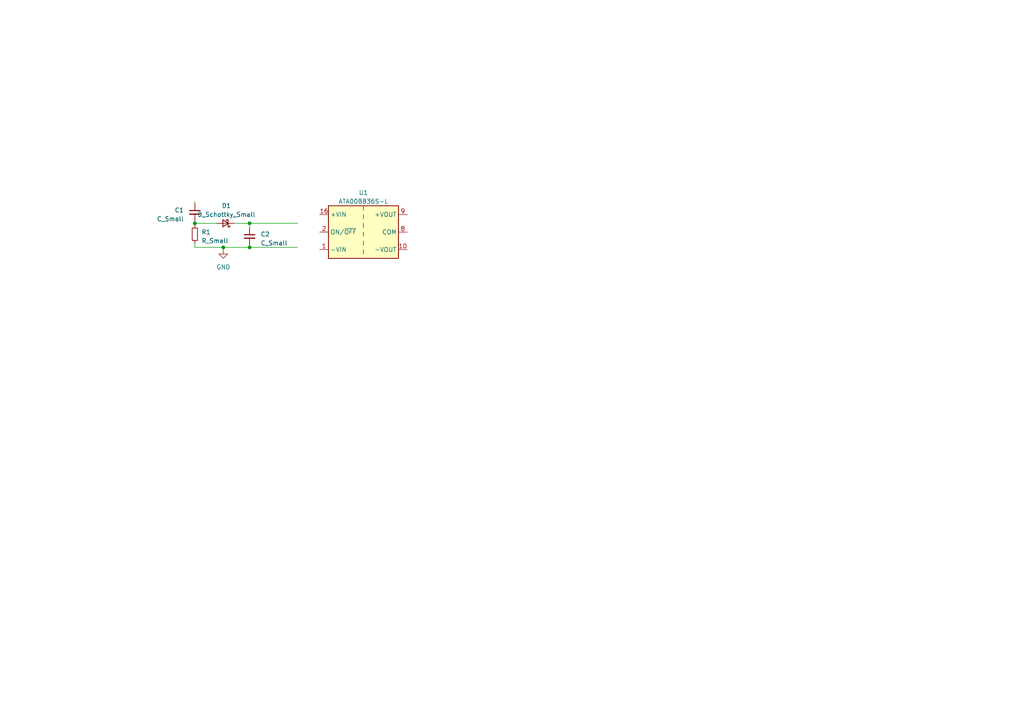
<source format=kicad_sch>
(kicad_sch (version 20230121) (generator eeschema)
  (paper "A4")
  (lib_symbols
    (symbol "Converter_DCDC:ATA00BB36S-L"
      (property "Reference" "U" (at 0 11.43 0))
      (property "Value" "ATA00BB36S-L" (at 0 8.89 0))
      (symbol "ATA00BB36S-L_0_1"
        (rectangle (start -10.16 7.62) (end 10.16 -7.62) (stroke (width 0.254)) (fill (type background)))
        (polyline (pts (xy 0 -5.08) (xy 0 -6.35)))
        (polyline (pts (xy 0 -2.54) (xy 0 -3.81)))
        (polyline (pts (xy 0 0) (xy 0 -1.27)))
        (polyline (pts (xy 0 2.54) (xy 0 1.27)))
        (polyline (pts (xy 0 5.08) (xy 0 3.81)))
        (polyline (pts (xy 0 7.62) (xy 0 6.35)))
      )
      (symbol "ATA00BB36S-L_1_1"
        (pin power_in line (at -12.7 -5.08 0) (length 2.54) (name "-VIN") (number "1"))
        (pin power_out line (at 12.7 -5.08 180) (length 2.54) (name "-VOUT") (number "10"))
        (pin power_in line (at -12.7 5.08 0) (length 2.54) (name "+VIN") (number "16"))
        (pin input line (at -12.7 0 0) (length 2.54) (name "ON/~{OFF}") (number "2"))
        (pin no_connect line (at 10.16 2.54 180) (length 2.54) hide (name "NC") (number "7"))
        (pin power_out line (at 12.7 0 180) (length 2.54) (name "COM") (number "8"))
        (pin power_out line (at 12.7 5.08 180) (length 2.54) (name "+VOUT") (number "9"))
      )
    )
    (symbol "Device:C_Small" (pin_numbers hide) (pin_names (offset 0.254) hide)
      (property "Reference" "C" (at 0.254 1.778 0))
      (property "Value" "C_Small" (at 0.254 -2.032 0))
      (symbol "C_Small_0_1"
        (polyline (pts (xy -1.524 -0.508) (xy 1.524 -0.508)) (stroke (width 0.3302)))
        (polyline (pts (xy -1.524 0.508) (xy 1.524 0.508)) (stroke (width 0.3048)))
      )
      (symbol "C_Small_1_1"
        (pin passive line (at 0 2.54 270) (length 2.032) (name "~") (number "1"))
        (pin passive line (at 0 -2.54 90) (length 2.032) (name "~") (number "2"))
      )
    )
    (symbol "Device:D_Schottky_Small" (pin_numbers hide) (pin_names (offset 0.254) hide)
      (property "Reference" "D" (at -1.27 2.032 0))
      (property "Value" "D_Schottky_Small" (at -7.112 -2.032 0))
      (symbol "D_Schottky_Small_0_1"
        (polyline (pts (xy -0.762 0) (xy 0.762 0)))
        (polyline (pts (xy 0.762 -1.016) (xy -0.762 0) (xy 0.762 1.016) (xy 0.762 -1.016)) (stroke (width 0.254)))
        (polyline (pts (xy -1.27 0.762) (xy -1.27 1.016) (xy -0.762 1.016) (xy -0.762 -1.016) (xy -0.254 -1.016) (xy -0.254 -0.762)) (stroke (width 0.254)))
      )
      (symbol "D_Schottky_Small_1_1"
        (pin passive line (at -2.54 0 0) (length 1.778) (name "K") (number "1"))
        (pin passive line (at 2.54 0 180) (length 1.778) (name "A") (number "2"))
      )
    )
    (symbol "Device:R_Small" (pin_numbers hide) (pin_names (offset 0.254) hide)
      (property "Reference" "R" (at 0.762 0.508 0))
      (property "Value" "R_Small" (at 0.762 -1.016 0))
      (symbol "R_Small_0_1"
        (rectangle (start -0.762 1.778) (end 0.762 -1.778) (stroke (width 0.2032)))
      )
      (symbol "R_Small_1_1"
        (pin passive line (at 0 2.54 270) (length 0.762) (name "~") (number "1"))
        (pin passive line (at 0 -2.54 90) (length 0.762) (name "~") (number "2"))
      )
    )
    (symbol "power:GND" (power) (pin_names (offset 0))
      (property "Value" "GND" (at 0 -3.81 0))
      (symbol "GND_0_1"
        (polyline (pts (xy 0 0) (xy 0 -1.27) (xy 1.27 -1.27) (xy 0 -2.54) (xy -1.27 -1.27) (xy 0 -1.27)))
      )
      (symbol "GND_1_1"
        (pin power_in line (at 0 0 270) (length 0) hide (name "GND") (number "1"))
      )
    )
  )
  (junction (at 72.39 64.77))
  (junction (at 72.39 71.755))
  (junction (at 56.515 64.77))
  (junction (at 64.77 71.755))
  (wire (pts (xy 72.39 71.755) (xy 86.36 71.755)))
  (wire (pts (xy 64.77 71.755) (xy 72.39 71.755)))
  (wire (pts (xy 56.515 64.77) (xy 56.515 65.405)))
  (wire (pts (xy 56.515 64.135) (xy 56.515 64.77)))
  (wire (pts (xy 67.945 64.77) (xy 72.39 64.77)))
  (wire (pts (xy 56.515 71.755) (xy 64.77 71.755)))
  (wire (pts (xy 64.77 71.755) (xy 64.77 72.39)))
  (wire (pts (xy 56.515 58.42) (xy 56.515 59.055)))
  (wire (pts (xy 72.39 66.04) (xy 72.39 64.77)))
  (wire (pts (xy 72.39 64.77) (xy 86.36 64.77)))
  (wire (pts (xy 56.515 70.485) (xy 56.515 71.755)))
  (wire (pts (xy 72.39 71.755) (xy 72.39 71.12)))
  (wire (pts (xy 56.515 64.77) (xy 62.865 64.77)))
  (symbol (lib_id "Device:D_Schottky_Small") (at 65.405 64.77 180) (unit 1)
    (property "Reference" "D1" (at 65.659 59.69 0))
    (property "Value" "D_Schottky_Small" (at 65.659 62.23 0))
  )
  (symbol (lib_id "Device:R_Small") (at 56.515 67.945 0) (unit 1)
    (property "Reference" "R1" (at 58.42 67.31 0) (effects (justify left)))
    (property "Value" "R_Small" (at 58.42 69.85 0) (effects (justify left)))
  )
  (symbol (lib_id "Device:C_Small") (at 56.515 61.595 0) (mirror y) (unit 1)
    (property "Reference" "C1" (at 53.34 60.9663 0) (effects (justify left)))
    (property "Value" "C_Small" (at 53.34 63.5063 0) (effects (justify left)))
  )
  (symbol (lib_id "Converter_DCDC:ATA00BB36S-L") (at 105.41 67.31 0) (unit 1)
    (property "Reference" "U1" (at 105.41 55.88 0))
    (property "Value" "ATA00BB36S-L" (at 105.41 58.42 0))
    (property "Footprint" "Converter_DCDC:Converter_DCDC_Artesyn_ATA_SMD" (effects hide))
    (property "Datasheet" "https://www.artesyn.com/power/assets/ata_series_ds_01apr2015_79c25814fd.pdf" (effects hide))
  )
  (symbol (lib_id "power:GND") (at 64.77 72.39 0) (unit 1)
    (property "Reference" "#PWR01" (effects hide))
    (property "Value" "GND" (at 64.77 77.47 0))
  )
  (symbol (lib_id "Device:C_Small") (at 72.39 68.58 0) (unit 1)
    (property "Reference" "C2" (at 75.565 67.9513 0) (effects (justify left)))
    (property "Value" "C_Small" (at 75.565 70.4913 0) (effects (justify left)))
  )
)
</source>
